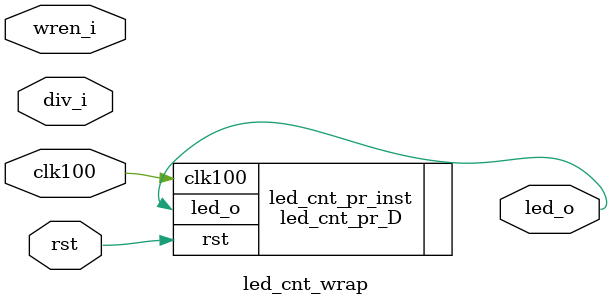
<source format=v>

module led_cnt_wrap (
  input         rst,
  input         clk100,
  input   [4:0] div_i,
  input         wren_i,
  output        led_o
);
///////////////////////////////////////////////////////////////////////////////////////////////////

  led_cnt_pr_D led_cnt_pr_inst (
    .rst    (rst      ),
    .clk100 (clk100   ),
    .led_o  (led_o    )
  );

endmodule

// blackbox definition
//module led_cnt_pr_D (
//  input   rst,
//  input   clk100,
//  output  led_o);
//endmodule

</source>
